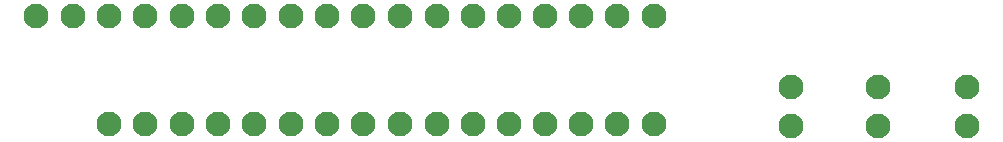
<source format=gts>
G04 #@! TF.GenerationSoftware,KiCad,Pcbnew,9.0.1*
G04 #@! TF.CreationDate,2025-06-29T19:09:30+12:00*
G04 #@! TF.ProjectId,pdp-11-colour,7064702d-3131-42d6-936f-6c6f75722e6b,rev?*
G04 #@! TF.SameCoordinates,Original*
G04 #@! TF.FileFunction,Soldermask,Top*
G04 #@! TF.FilePolarity,Negative*
%FSLAX46Y46*%
G04 Gerber Fmt 4.6, Leading zero omitted, Abs format (unit mm)*
G04 Created by KiCad (PCBNEW 9.0.1) date 2025-06-29 19:09:30*
%MOMM*%
%LPD*%
G01*
G04 APERTURE LIST*
%ADD10C,2.100000*%
G04 APERTURE END LIST*
D10*
X161610000Y-79290000D03*
X173900000Y-79290000D03*
X149300000Y-70140000D03*
X185513705Y-76190000D03*
X185513705Y-79500000D03*
X146210000Y-70140000D03*
X133920000Y-70140000D03*
X143140000Y-70140000D03*
X140070000Y-70140000D03*
X167720000Y-70140000D03*
X121610000Y-70140000D03*
X192833705Y-79500000D03*
X170810000Y-70140000D03*
X149300000Y-79290000D03*
X146210000Y-79290000D03*
X137010000Y-70140000D03*
X167720000Y-79290000D03*
X127790000Y-79290000D03*
X155520000Y-70140000D03*
X130850000Y-79290000D03*
X133930000Y-79290000D03*
X127780000Y-70140000D03*
X140060000Y-79290000D03*
X155520000Y-79290000D03*
X161600000Y-70140000D03*
X164670000Y-70140000D03*
X152420000Y-70140000D03*
X143140000Y-79290000D03*
X158550000Y-79290000D03*
X152400000Y-79290000D03*
X200403705Y-76190000D03*
X200403705Y-79500000D03*
X170810000Y-79290000D03*
X173900000Y-70140000D03*
X137010000Y-79290000D03*
X164660000Y-79290000D03*
X192833705Y-76190000D03*
X124680000Y-70140000D03*
X158550000Y-70140000D03*
X130850000Y-70140000D03*
M02*

</source>
